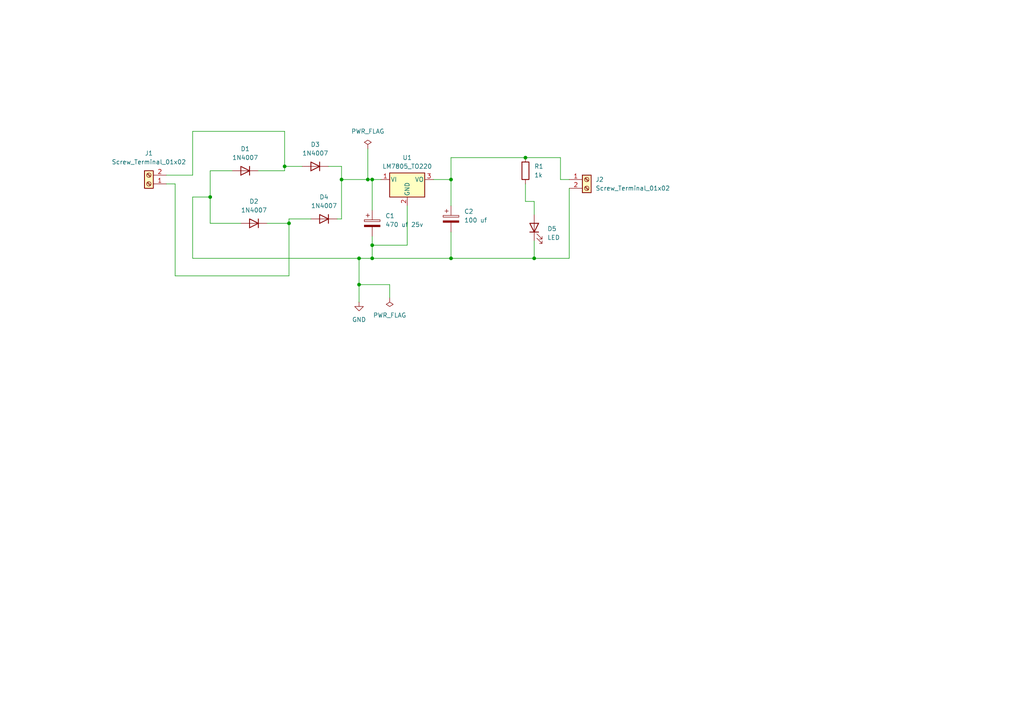
<source format=kicad_sch>
(kicad_sch
	(version 20231120)
	(generator "eeschema")
	(generator_version "8.0")
	(uuid "e40f28ab-3302-43a1-a33b-60426d13f4bd")
	(paper "A4")
	(lib_symbols
		(symbol "Connector:Screw_Terminal_01x02"
			(pin_names
				(offset 1.016) hide)
			(exclude_from_sim no)
			(in_bom yes)
			(on_board yes)
			(property "Reference" "J"
				(at 0 2.54 0)
				(effects
					(font
						(size 1.27 1.27)
					)
				)
			)
			(property "Value" "Screw_Terminal_01x02"
				(at 0 -5.08 0)
				(effects
					(font
						(size 1.27 1.27)
					)
				)
			)
			(property "Footprint" ""
				(at 0 0 0)
				(effects
					(font
						(size 1.27 1.27)
					)
					(hide yes)
				)
			)
			(property "Datasheet" "~"
				(at 0 0 0)
				(effects
					(font
						(size 1.27 1.27)
					)
					(hide yes)
				)
			)
			(property "Description" "Generic screw terminal, single row, 01x02, script generated (kicad-library-utils/schlib/autogen/connector/)"
				(at 0 0 0)
				(effects
					(font
						(size 1.27 1.27)
					)
					(hide yes)
				)
			)
			(property "ki_keywords" "screw terminal"
				(at 0 0 0)
				(effects
					(font
						(size 1.27 1.27)
					)
					(hide yes)
				)
			)
			(property "ki_fp_filters" "TerminalBlock*:*"
				(at 0 0 0)
				(effects
					(font
						(size 1.27 1.27)
					)
					(hide yes)
				)
			)
			(symbol "Screw_Terminal_01x02_1_1"
				(rectangle
					(start -1.27 1.27)
					(end 1.27 -3.81)
					(stroke
						(width 0.254)
						(type default)
					)
					(fill
						(type background)
					)
				)
				(circle
					(center 0 -2.54)
					(radius 0.635)
					(stroke
						(width 0.1524)
						(type default)
					)
					(fill
						(type none)
					)
				)
				(polyline
					(pts
						(xy -0.5334 -2.2098) (xy 0.3302 -3.048)
					)
					(stroke
						(width 0.1524)
						(type default)
					)
					(fill
						(type none)
					)
				)
				(polyline
					(pts
						(xy -0.5334 0.3302) (xy 0.3302 -0.508)
					)
					(stroke
						(width 0.1524)
						(type default)
					)
					(fill
						(type none)
					)
				)
				(polyline
					(pts
						(xy -0.3556 -2.032) (xy 0.508 -2.8702)
					)
					(stroke
						(width 0.1524)
						(type default)
					)
					(fill
						(type none)
					)
				)
				(polyline
					(pts
						(xy -0.3556 0.508) (xy 0.508 -0.3302)
					)
					(stroke
						(width 0.1524)
						(type default)
					)
					(fill
						(type none)
					)
				)
				(circle
					(center 0 0)
					(radius 0.635)
					(stroke
						(width 0.1524)
						(type default)
					)
					(fill
						(type none)
					)
				)
				(pin passive line
					(at -5.08 0 0)
					(length 3.81)
					(name "Pin_1"
						(effects
							(font
								(size 1.27 1.27)
							)
						)
					)
					(number "1"
						(effects
							(font
								(size 1.27 1.27)
							)
						)
					)
				)
				(pin passive line
					(at -5.08 -2.54 0)
					(length 3.81)
					(name "Pin_2"
						(effects
							(font
								(size 1.27 1.27)
							)
						)
					)
					(number "2"
						(effects
							(font
								(size 1.27 1.27)
							)
						)
					)
				)
			)
		)
		(symbol "Device:C_Polarized"
			(pin_numbers hide)
			(pin_names
				(offset 0.254)
			)
			(exclude_from_sim no)
			(in_bom yes)
			(on_board yes)
			(property "Reference" "C"
				(at 0.635 2.54 0)
				(effects
					(font
						(size 1.27 1.27)
					)
					(justify left)
				)
			)
			(property "Value" "C_Polarized"
				(at 0.635 -2.54 0)
				(effects
					(font
						(size 1.27 1.27)
					)
					(justify left)
				)
			)
			(property "Footprint" ""
				(at 0.9652 -3.81 0)
				(effects
					(font
						(size 1.27 1.27)
					)
					(hide yes)
				)
			)
			(property "Datasheet" "~"
				(at 0 0 0)
				(effects
					(font
						(size 1.27 1.27)
					)
					(hide yes)
				)
			)
			(property "Description" "Polarized capacitor"
				(at 0 0 0)
				(effects
					(font
						(size 1.27 1.27)
					)
					(hide yes)
				)
			)
			(property "ki_keywords" "cap capacitor"
				(at 0 0 0)
				(effects
					(font
						(size 1.27 1.27)
					)
					(hide yes)
				)
			)
			(property "ki_fp_filters" "CP_*"
				(at 0 0 0)
				(effects
					(font
						(size 1.27 1.27)
					)
					(hide yes)
				)
			)
			(symbol "C_Polarized_0_1"
				(rectangle
					(start -2.286 0.508)
					(end 2.286 1.016)
					(stroke
						(width 0)
						(type default)
					)
					(fill
						(type none)
					)
				)
				(polyline
					(pts
						(xy -1.778 2.286) (xy -0.762 2.286)
					)
					(stroke
						(width 0)
						(type default)
					)
					(fill
						(type none)
					)
				)
				(polyline
					(pts
						(xy -1.27 2.794) (xy -1.27 1.778)
					)
					(stroke
						(width 0)
						(type default)
					)
					(fill
						(type none)
					)
				)
				(rectangle
					(start 2.286 -0.508)
					(end -2.286 -1.016)
					(stroke
						(width 0)
						(type default)
					)
					(fill
						(type outline)
					)
				)
			)
			(symbol "C_Polarized_1_1"
				(pin passive line
					(at 0 3.81 270)
					(length 2.794)
					(name "~"
						(effects
							(font
								(size 1.27 1.27)
							)
						)
					)
					(number "1"
						(effects
							(font
								(size 1.27 1.27)
							)
						)
					)
				)
				(pin passive line
					(at 0 -3.81 90)
					(length 2.794)
					(name "~"
						(effects
							(font
								(size 1.27 1.27)
							)
						)
					)
					(number "2"
						(effects
							(font
								(size 1.27 1.27)
							)
						)
					)
				)
			)
		)
		(symbol "Device:LED"
			(pin_numbers hide)
			(pin_names
				(offset 1.016) hide)
			(exclude_from_sim no)
			(in_bom yes)
			(on_board yes)
			(property "Reference" "D"
				(at 0 2.54 0)
				(effects
					(font
						(size 1.27 1.27)
					)
				)
			)
			(property "Value" "LED"
				(at 0 -2.54 0)
				(effects
					(font
						(size 1.27 1.27)
					)
				)
			)
			(property "Footprint" ""
				(at 0 0 0)
				(effects
					(font
						(size 1.27 1.27)
					)
					(hide yes)
				)
			)
			(property "Datasheet" "~"
				(at 0 0 0)
				(effects
					(font
						(size 1.27 1.27)
					)
					(hide yes)
				)
			)
			(property "Description" "Light emitting diode"
				(at 0 0 0)
				(effects
					(font
						(size 1.27 1.27)
					)
					(hide yes)
				)
			)
			(property "ki_keywords" "LED diode"
				(at 0 0 0)
				(effects
					(font
						(size 1.27 1.27)
					)
					(hide yes)
				)
			)
			(property "ki_fp_filters" "LED* LED_SMD:* LED_THT:*"
				(at 0 0 0)
				(effects
					(font
						(size 1.27 1.27)
					)
					(hide yes)
				)
			)
			(symbol "LED_0_1"
				(polyline
					(pts
						(xy -1.27 -1.27) (xy -1.27 1.27)
					)
					(stroke
						(width 0.254)
						(type default)
					)
					(fill
						(type none)
					)
				)
				(polyline
					(pts
						(xy -1.27 0) (xy 1.27 0)
					)
					(stroke
						(width 0)
						(type default)
					)
					(fill
						(type none)
					)
				)
				(polyline
					(pts
						(xy 1.27 -1.27) (xy 1.27 1.27) (xy -1.27 0) (xy 1.27 -1.27)
					)
					(stroke
						(width 0.254)
						(type default)
					)
					(fill
						(type none)
					)
				)
				(polyline
					(pts
						(xy -3.048 -0.762) (xy -4.572 -2.286) (xy -3.81 -2.286) (xy -4.572 -2.286) (xy -4.572 -1.524)
					)
					(stroke
						(width 0)
						(type default)
					)
					(fill
						(type none)
					)
				)
				(polyline
					(pts
						(xy -1.778 -0.762) (xy -3.302 -2.286) (xy -2.54 -2.286) (xy -3.302 -2.286) (xy -3.302 -1.524)
					)
					(stroke
						(width 0)
						(type default)
					)
					(fill
						(type none)
					)
				)
			)
			(symbol "LED_1_1"
				(pin passive line
					(at -3.81 0 0)
					(length 2.54)
					(name "K"
						(effects
							(font
								(size 1.27 1.27)
							)
						)
					)
					(number "1"
						(effects
							(font
								(size 1.27 1.27)
							)
						)
					)
				)
				(pin passive line
					(at 3.81 0 180)
					(length 2.54)
					(name "A"
						(effects
							(font
								(size 1.27 1.27)
							)
						)
					)
					(number "2"
						(effects
							(font
								(size 1.27 1.27)
							)
						)
					)
				)
			)
		)
		(symbol "Device:R"
			(pin_numbers hide)
			(pin_names
				(offset 0)
			)
			(exclude_from_sim no)
			(in_bom yes)
			(on_board yes)
			(property "Reference" "R"
				(at 2.032 0 90)
				(effects
					(font
						(size 1.27 1.27)
					)
				)
			)
			(property "Value" "R"
				(at 0 0 90)
				(effects
					(font
						(size 1.27 1.27)
					)
				)
			)
			(property "Footprint" ""
				(at -1.778 0 90)
				(effects
					(font
						(size 1.27 1.27)
					)
					(hide yes)
				)
			)
			(property "Datasheet" "~"
				(at 0 0 0)
				(effects
					(font
						(size 1.27 1.27)
					)
					(hide yes)
				)
			)
			(property "Description" "Resistor"
				(at 0 0 0)
				(effects
					(font
						(size 1.27 1.27)
					)
					(hide yes)
				)
			)
			(property "ki_keywords" "R res resistor"
				(at 0 0 0)
				(effects
					(font
						(size 1.27 1.27)
					)
					(hide yes)
				)
			)
			(property "ki_fp_filters" "R_*"
				(at 0 0 0)
				(effects
					(font
						(size 1.27 1.27)
					)
					(hide yes)
				)
			)
			(symbol "R_0_1"
				(rectangle
					(start -1.016 -2.54)
					(end 1.016 2.54)
					(stroke
						(width 0.254)
						(type default)
					)
					(fill
						(type none)
					)
				)
			)
			(symbol "R_1_1"
				(pin passive line
					(at 0 3.81 270)
					(length 1.27)
					(name "~"
						(effects
							(font
								(size 1.27 1.27)
							)
						)
					)
					(number "1"
						(effects
							(font
								(size 1.27 1.27)
							)
						)
					)
				)
				(pin passive line
					(at 0 -3.81 90)
					(length 1.27)
					(name "~"
						(effects
							(font
								(size 1.27 1.27)
							)
						)
					)
					(number "2"
						(effects
							(font
								(size 1.27 1.27)
							)
						)
					)
				)
			)
		)
		(symbol "Diode:1N4007"
			(pin_numbers hide)
			(pin_names hide)
			(exclude_from_sim no)
			(in_bom yes)
			(on_board yes)
			(property "Reference" "D"
				(at 0 2.54 0)
				(effects
					(font
						(size 1.27 1.27)
					)
				)
			)
			(property "Value" "1N4007"
				(at 0 -2.54 0)
				(effects
					(font
						(size 1.27 1.27)
					)
				)
			)
			(property "Footprint" "Diode_THT:D_DO-41_SOD81_P10.16mm_Horizontal"
				(at 0 -4.445 0)
				(effects
					(font
						(size 1.27 1.27)
					)
					(hide yes)
				)
			)
			(property "Datasheet" "http://www.vishay.com/docs/88503/1n4001.pdf"
				(at 0 0 0)
				(effects
					(font
						(size 1.27 1.27)
					)
					(hide yes)
				)
			)
			(property "Description" "1000V 1A General Purpose Rectifier Diode, DO-41"
				(at 0 0 0)
				(effects
					(font
						(size 1.27 1.27)
					)
					(hide yes)
				)
			)
			(property "Sim.Device" "D"
				(at 0 0 0)
				(effects
					(font
						(size 1.27 1.27)
					)
					(hide yes)
				)
			)
			(property "Sim.Pins" "1=K 2=A"
				(at 0 0 0)
				(effects
					(font
						(size 1.27 1.27)
					)
					(hide yes)
				)
			)
			(property "ki_keywords" "diode"
				(at 0 0 0)
				(effects
					(font
						(size 1.27 1.27)
					)
					(hide yes)
				)
			)
			(property "ki_fp_filters" "D*DO?41*"
				(at 0 0 0)
				(effects
					(font
						(size 1.27 1.27)
					)
					(hide yes)
				)
			)
			(symbol "1N4007_0_1"
				(polyline
					(pts
						(xy -1.27 1.27) (xy -1.27 -1.27)
					)
					(stroke
						(width 0.254)
						(type default)
					)
					(fill
						(type none)
					)
				)
				(polyline
					(pts
						(xy 1.27 0) (xy -1.27 0)
					)
					(stroke
						(width 0)
						(type default)
					)
					(fill
						(type none)
					)
				)
				(polyline
					(pts
						(xy 1.27 1.27) (xy 1.27 -1.27) (xy -1.27 0) (xy 1.27 1.27)
					)
					(stroke
						(width 0.254)
						(type default)
					)
					(fill
						(type none)
					)
				)
			)
			(symbol "1N4007_1_1"
				(pin passive line
					(at -3.81 0 0)
					(length 2.54)
					(name "K"
						(effects
							(font
								(size 1.27 1.27)
							)
						)
					)
					(number "1"
						(effects
							(font
								(size 1.27 1.27)
							)
						)
					)
				)
				(pin passive line
					(at 3.81 0 180)
					(length 2.54)
					(name "A"
						(effects
							(font
								(size 1.27 1.27)
							)
						)
					)
					(number "2"
						(effects
							(font
								(size 1.27 1.27)
							)
						)
					)
				)
			)
		)
		(symbol "Regulator_Linear:LM7805_TO220"
			(pin_names
				(offset 0.254)
			)
			(exclude_from_sim no)
			(in_bom yes)
			(on_board yes)
			(property "Reference" "U"
				(at -3.81 3.175 0)
				(effects
					(font
						(size 1.27 1.27)
					)
				)
			)
			(property "Value" "LM7805_TO220"
				(at 0 3.175 0)
				(effects
					(font
						(size 1.27 1.27)
					)
					(justify left)
				)
			)
			(property "Footprint" "Package_TO_SOT_THT:TO-220-3_Vertical"
				(at 0 5.715 0)
				(effects
					(font
						(size 1.27 1.27)
						(italic yes)
					)
					(hide yes)
				)
			)
			(property "Datasheet" "https://www.onsemi.cn/PowerSolutions/document/MC7800-D.PDF"
				(at 0 -1.27 0)
				(effects
					(font
						(size 1.27 1.27)
					)
					(hide yes)
				)
			)
			(property "Description" "Positive 1A 35V Linear Regulator, Fixed Output 5V, TO-220"
				(at 0 0 0)
				(effects
					(font
						(size 1.27 1.27)
					)
					(hide yes)
				)
			)
			(property "ki_keywords" "Voltage Regulator 1A Positive"
				(at 0 0 0)
				(effects
					(font
						(size 1.27 1.27)
					)
					(hide yes)
				)
			)
			(property "ki_fp_filters" "TO?220*"
				(at 0 0 0)
				(effects
					(font
						(size 1.27 1.27)
					)
					(hide yes)
				)
			)
			(symbol "LM7805_TO220_0_1"
				(rectangle
					(start -5.08 1.905)
					(end 5.08 -5.08)
					(stroke
						(width 0.254)
						(type default)
					)
					(fill
						(type background)
					)
				)
			)
			(symbol "LM7805_TO220_1_1"
				(pin power_in line
					(at -7.62 0 0)
					(length 2.54)
					(name "VI"
						(effects
							(font
								(size 1.27 1.27)
							)
						)
					)
					(number "1"
						(effects
							(font
								(size 1.27 1.27)
							)
						)
					)
				)
				(pin power_in line
					(at 0 -7.62 90)
					(length 2.54)
					(name "GND"
						(effects
							(font
								(size 1.27 1.27)
							)
						)
					)
					(number "2"
						(effects
							(font
								(size 1.27 1.27)
							)
						)
					)
				)
				(pin power_out line
					(at 7.62 0 180)
					(length 2.54)
					(name "VO"
						(effects
							(font
								(size 1.27 1.27)
							)
						)
					)
					(number "3"
						(effects
							(font
								(size 1.27 1.27)
							)
						)
					)
				)
			)
		)
		(symbol "power:GND"
			(power)
			(pin_numbers hide)
			(pin_names
				(offset 0) hide)
			(exclude_from_sim no)
			(in_bom yes)
			(on_board yes)
			(property "Reference" "#PWR"
				(at 0 -6.35 0)
				(effects
					(font
						(size 1.27 1.27)
					)
					(hide yes)
				)
			)
			(property "Value" "GND"
				(at 0 -3.81 0)
				(effects
					(font
						(size 1.27 1.27)
					)
				)
			)
			(property "Footprint" ""
				(at 0 0 0)
				(effects
					(font
						(size 1.27 1.27)
					)
					(hide yes)
				)
			)
			(property "Datasheet" ""
				(at 0 0 0)
				(effects
					(font
						(size 1.27 1.27)
					)
					(hide yes)
				)
			)
			(property "Description" "Power symbol creates a global label with name \"GND\" , ground"
				(at 0 0 0)
				(effects
					(font
						(size 1.27 1.27)
					)
					(hide yes)
				)
			)
			(property "ki_keywords" "global power"
				(at 0 0 0)
				(effects
					(font
						(size 1.27 1.27)
					)
					(hide yes)
				)
			)
			(symbol "GND_0_1"
				(polyline
					(pts
						(xy 0 0) (xy 0 -1.27) (xy 1.27 -1.27) (xy 0 -2.54) (xy -1.27 -1.27) (xy 0 -1.27)
					)
					(stroke
						(width 0)
						(type default)
					)
					(fill
						(type none)
					)
				)
			)
			(symbol "GND_1_1"
				(pin power_in line
					(at 0 0 270)
					(length 0)
					(name "~"
						(effects
							(font
								(size 1.27 1.27)
							)
						)
					)
					(number "1"
						(effects
							(font
								(size 1.27 1.27)
							)
						)
					)
				)
			)
		)
		(symbol "power:PWR_FLAG"
			(power)
			(pin_numbers hide)
			(pin_names
				(offset 0) hide)
			(exclude_from_sim no)
			(in_bom yes)
			(on_board yes)
			(property "Reference" "#FLG"
				(at 0 1.905 0)
				(effects
					(font
						(size 1.27 1.27)
					)
					(hide yes)
				)
			)
			(property "Value" "PWR_FLAG"
				(at 0 3.81 0)
				(effects
					(font
						(size 1.27 1.27)
					)
				)
			)
			(property "Footprint" ""
				(at 0 0 0)
				(effects
					(font
						(size 1.27 1.27)
					)
					(hide yes)
				)
			)
			(property "Datasheet" "~"
				(at 0 0 0)
				(effects
					(font
						(size 1.27 1.27)
					)
					(hide yes)
				)
			)
			(property "Description" "Special symbol for telling ERC where power comes from"
				(at 0 0 0)
				(effects
					(font
						(size 1.27 1.27)
					)
					(hide yes)
				)
			)
			(property "ki_keywords" "flag power"
				(at 0 0 0)
				(effects
					(font
						(size 1.27 1.27)
					)
					(hide yes)
				)
			)
			(symbol "PWR_FLAG_0_0"
				(pin power_out line
					(at 0 0 90)
					(length 0)
					(name "~"
						(effects
							(font
								(size 1.27 1.27)
							)
						)
					)
					(number "1"
						(effects
							(font
								(size 1.27 1.27)
							)
						)
					)
				)
			)
			(symbol "PWR_FLAG_0_1"
				(polyline
					(pts
						(xy 0 0) (xy 0 1.27) (xy -1.016 1.905) (xy 0 2.54) (xy 1.016 1.905) (xy 0 1.27)
					)
					(stroke
						(width 0)
						(type default)
					)
					(fill
						(type none)
					)
				)
			)
		)
	)
	(junction
		(at 104.14 82.55)
		(diameter 0)
		(color 0 0 0 0)
		(uuid "29d44105-8b50-49b4-bd30-75408035ceaf")
	)
	(junction
		(at 107.95 74.93)
		(diameter 0)
		(color 0 0 0 0)
		(uuid "56ff8fce-568a-4c23-956a-ad206a9b1945")
	)
	(junction
		(at 99.06 52.07)
		(diameter 0)
		(color 0 0 0 0)
		(uuid "6000f7e5-152a-43e6-89bc-6092b11a8a43")
	)
	(junction
		(at 82.55 48.26)
		(diameter 0)
		(color 0 0 0 0)
		(uuid "651820cc-16b8-4ffd-bdf5-e464e0931514")
	)
	(junction
		(at 83.82 64.77)
		(diameter 0)
		(color 0 0 0 0)
		(uuid "6867631b-b57c-45d4-8bb7-328955b67dc7")
	)
	(junction
		(at 130.81 52.07)
		(diameter 0)
		(color 0 0 0 0)
		(uuid "6aefd277-7de1-49fd-ab30-f89e77379158")
	)
	(junction
		(at 60.96 57.15)
		(diameter 0)
		(color 0 0 0 0)
		(uuid "6d33a167-48f0-4675-939e-0c578d9f5ca8")
	)
	(junction
		(at 107.95 52.07)
		(diameter 0)
		(color 0 0 0 0)
		(uuid "7c5d6e1a-605a-4a64-b0fa-01f423f29b60")
	)
	(junction
		(at 130.81 74.93)
		(diameter 0)
		(color 0 0 0 0)
		(uuid "9fbece7d-19bd-4cbb-8ff6-db57e0b1f010")
	)
	(junction
		(at 152.4 45.72)
		(diameter 0)
		(color 0 0 0 0)
		(uuid "a28223bb-8043-4555-ae6b-de06f1d03a4b")
	)
	(junction
		(at 107.95 71.12)
		(diameter 0)
		(color 0 0 0 0)
		(uuid "c2fd95d7-3781-4cea-a0d7-ee3c8ac2f921")
	)
	(junction
		(at 106.68 52.07)
		(diameter 0)
		(color 0 0 0 0)
		(uuid "c74ef1bc-8187-4479-ba7b-c3d537267123")
	)
	(junction
		(at 154.94 74.93)
		(diameter 0)
		(color 0 0 0 0)
		(uuid "d2ae0310-f8be-44d6-a9f3-dad3be62ef3c")
	)
	(junction
		(at 104.14 74.93)
		(diameter 0)
		(color 0 0 0 0)
		(uuid "d42cb4ca-7743-4e8e-90cc-11bdbd109ba0")
	)
	(wire
		(pts
			(xy 152.4 58.42) (xy 152.4 53.34)
		)
		(stroke
			(width 0)
			(type default)
		)
		(uuid "0467b9cc-2419-4225-bf13-029631cc5932")
	)
	(wire
		(pts
			(xy 69.85 64.77) (xy 60.96 64.77)
		)
		(stroke
			(width 0)
			(type default)
		)
		(uuid "04fb64e8-d71b-4be5-bf6a-acf11b01d39a")
	)
	(wire
		(pts
			(xy 107.95 74.93) (xy 104.14 74.93)
		)
		(stroke
			(width 0)
			(type default)
		)
		(uuid "08ba3be8-3565-4b64-8717-dc330ff0acba")
	)
	(wire
		(pts
			(xy 107.95 68.58) (xy 107.95 71.12)
		)
		(stroke
			(width 0)
			(type default)
		)
		(uuid "0b982beb-3df1-4c46-b3cc-725ab10d23a6")
	)
	(wire
		(pts
			(xy 95.25 48.26) (xy 99.06 48.26)
		)
		(stroke
			(width 0)
			(type default)
		)
		(uuid "10f67b53-f9d8-4db6-9a66-751ad6aa0211")
	)
	(wire
		(pts
			(xy 154.94 62.23) (xy 154.94 58.42)
		)
		(stroke
			(width 0)
			(type default)
		)
		(uuid "161f7480-9f2a-489d-8c0c-44ad46174f9c")
	)
	(wire
		(pts
			(xy 83.82 63.5) (xy 90.17 63.5)
		)
		(stroke
			(width 0)
			(type default)
		)
		(uuid "18e4f232-8bcc-4bad-9960-11dd73328414")
	)
	(wire
		(pts
			(xy 55.88 38.1) (xy 55.88 50.8)
		)
		(stroke
			(width 0)
			(type default)
		)
		(uuid "227a2aae-f836-42cc-8f32-4d647f95dce4")
	)
	(wire
		(pts
			(xy 99.06 63.5) (xy 97.79 63.5)
		)
		(stroke
			(width 0)
			(type default)
		)
		(uuid "2a30fa31-afb7-4155-8673-456dc342e0c5")
	)
	(wire
		(pts
			(xy 77.47 64.77) (xy 83.82 64.77)
		)
		(stroke
			(width 0)
			(type default)
		)
		(uuid "2f31d4e8-f634-4d84-8eb7-b248524e1770")
	)
	(wire
		(pts
			(xy 113.03 82.55) (xy 104.14 82.55)
		)
		(stroke
			(width 0)
			(type default)
		)
		(uuid "3203b2e8-0ce4-4acb-9c18-a9fa66baf091")
	)
	(wire
		(pts
			(xy 130.81 52.07) (xy 125.73 52.07)
		)
		(stroke
			(width 0)
			(type default)
		)
		(uuid "40849d61-775e-4911-9a8e-10df29be083d")
	)
	(wire
		(pts
			(xy 130.81 74.93) (xy 107.95 74.93)
		)
		(stroke
			(width 0)
			(type default)
		)
		(uuid "46f2f612-7e0d-476d-8d31-53b0c1b0426c")
	)
	(wire
		(pts
			(xy 99.06 52.07) (xy 106.68 52.07)
		)
		(stroke
			(width 0)
			(type default)
		)
		(uuid "48750bb8-2218-4ec7-9f5a-1bd0030eea03")
	)
	(wire
		(pts
			(xy 99.06 52.07) (xy 99.06 63.5)
		)
		(stroke
			(width 0)
			(type default)
		)
		(uuid "4bcc03a9-3fd9-4019-98c2-0a96c9bd0cb5")
	)
	(wire
		(pts
			(xy 118.11 59.69) (xy 118.11 71.12)
		)
		(stroke
			(width 0)
			(type default)
		)
		(uuid "4efc8b38-f41e-44a6-8ebb-f6536bc9e5e3")
	)
	(wire
		(pts
			(xy 165.1 74.93) (xy 154.94 74.93)
		)
		(stroke
			(width 0)
			(type default)
		)
		(uuid "4fdf8843-3790-4958-ad24-4d97c95ee380")
	)
	(wire
		(pts
			(xy 118.11 71.12) (xy 107.95 71.12)
		)
		(stroke
			(width 0)
			(type default)
		)
		(uuid "5176823c-dd42-4cdf-bb30-9ba68428e60f")
	)
	(wire
		(pts
			(xy 55.88 50.8) (xy 48.26 50.8)
		)
		(stroke
			(width 0)
			(type default)
		)
		(uuid "5357c878-e128-46a1-9bc0-0f091d6d7eba")
	)
	(wire
		(pts
			(xy 165.1 54.61) (xy 165.1 74.93)
		)
		(stroke
			(width 0)
			(type default)
		)
		(uuid "55a3fa09-64b7-4b56-b4fc-0883681389e4")
	)
	(wire
		(pts
			(xy 74.93 49.53) (xy 82.55 49.53)
		)
		(stroke
			(width 0)
			(type default)
		)
		(uuid "55a407ff-c132-4266-b679-783ae3acd058")
	)
	(wire
		(pts
			(xy 60.96 64.77) (xy 60.96 57.15)
		)
		(stroke
			(width 0)
			(type default)
		)
		(uuid "587d75eb-a64d-454f-b3b3-8e842f9ffa79")
	)
	(wire
		(pts
			(xy 50.8 53.34) (xy 48.26 53.34)
		)
		(stroke
			(width 0)
			(type default)
		)
		(uuid "602ecc97-f640-4b08-99f1-dbe1f0df833e")
	)
	(wire
		(pts
			(xy 82.55 48.26) (xy 87.63 48.26)
		)
		(stroke
			(width 0)
			(type default)
		)
		(uuid "644ba4b7-5843-42df-ba1d-c31412208bb1")
	)
	(wire
		(pts
			(xy 162.56 45.72) (xy 152.4 45.72)
		)
		(stroke
			(width 0)
			(type default)
		)
		(uuid "6c58ba49-8f27-4fc6-9580-4fdfd259c382")
	)
	(wire
		(pts
			(xy 104.14 82.55) (xy 104.14 87.63)
		)
		(stroke
			(width 0)
			(type default)
		)
		(uuid "6fa57d09-fcf9-4048-9edc-b20a25155a47")
	)
	(wire
		(pts
			(xy 55.88 74.93) (xy 55.88 57.15)
		)
		(stroke
			(width 0)
			(type default)
		)
		(uuid "78754534-12bf-4ba5-98c0-a996656843a4")
	)
	(wire
		(pts
			(xy 154.94 74.93) (xy 130.81 74.93)
		)
		(stroke
			(width 0)
			(type default)
		)
		(uuid "7bd509ee-d416-4fea-a98a-a60aaa0d0d0c")
	)
	(wire
		(pts
			(xy 82.55 49.53) (xy 82.55 48.26)
		)
		(stroke
			(width 0)
			(type default)
		)
		(uuid "84d90d4f-be9f-41fe-a220-5178abc48872")
	)
	(wire
		(pts
			(xy 60.96 49.53) (xy 67.31 49.53)
		)
		(stroke
			(width 0)
			(type default)
		)
		(uuid "91878d47-a575-446e-92e9-81ad53f2718d")
	)
	(wire
		(pts
			(xy 130.81 67.31) (xy 130.81 74.93)
		)
		(stroke
			(width 0)
			(type default)
		)
		(uuid "92493d31-92d1-4fac-b6bc-c704fc01b822")
	)
	(wire
		(pts
			(xy 104.14 74.93) (xy 104.14 82.55)
		)
		(stroke
			(width 0)
			(type default)
		)
		(uuid "9a9e7599-44cf-4b23-9f67-49c8d37ba9a0")
	)
	(wire
		(pts
			(xy 165.1 52.07) (xy 162.56 52.07)
		)
		(stroke
			(width 0)
			(type default)
		)
		(uuid "a0eb2234-f88e-4740-89e0-f69bd957879c")
	)
	(wire
		(pts
			(xy 83.82 64.77) (xy 83.82 63.5)
		)
		(stroke
			(width 0)
			(type default)
		)
		(uuid "a439a01c-bcea-4236-b730-e5713618fd8f")
	)
	(wire
		(pts
			(xy 55.88 57.15) (xy 60.96 57.15)
		)
		(stroke
			(width 0)
			(type default)
		)
		(uuid "ab84a0af-6f90-467f-a408-405e11e11630")
	)
	(wire
		(pts
			(xy 83.82 80.01) (xy 50.8 80.01)
		)
		(stroke
			(width 0)
			(type default)
		)
		(uuid "af0f15a4-e3d5-4de1-a30a-e9a78445c583")
	)
	(wire
		(pts
			(xy 104.14 74.93) (xy 55.88 74.93)
		)
		(stroke
			(width 0)
			(type default)
		)
		(uuid "b2ac086c-b8d8-45ca-92c9-da9d6c45f25e")
	)
	(wire
		(pts
			(xy 99.06 48.26) (xy 99.06 52.07)
		)
		(stroke
			(width 0)
			(type default)
		)
		(uuid "b4b722ef-398f-49b5-a0ad-f3a46f9e8241")
	)
	(wire
		(pts
			(xy 130.81 52.07) (xy 130.81 59.69)
		)
		(stroke
			(width 0)
			(type default)
		)
		(uuid "b76b0182-b964-4e7a-8cca-7055eb0f88ef")
	)
	(wire
		(pts
			(xy 50.8 80.01) (xy 50.8 53.34)
		)
		(stroke
			(width 0)
			(type default)
		)
		(uuid "b76ccf86-47f5-4afa-aa3d-0d14d0eb3336")
	)
	(wire
		(pts
			(xy 82.55 38.1) (xy 55.88 38.1)
		)
		(stroke
			(width 0)
			(type default)
		)
		(uuid "b79dd78c-6a3e-42ac-ba72-156df7add256")
	)
	(wire
		(pts
			(xy 106.68 43.18) (xy 106.68 52.07)
		)
		(stroke
			(width 0)
			(type default)
		)
		(uuid "b9253ba3-c243-4379-9857-d1a27dbd6c4a")
	)
	(wire
		(pts
			(xy 152.4 45.72) (xy 130.81 45.72)
		)
		(stroke
			(width 0)
			(type default)
		)
		(uuid "bce9a4bb-62f4-4648-b5e2-ad3ded86db2b")
	)
	(wire
		(pts
			(xy 107.95 52.07) (xy 107.95 60.96)
		)
		(stroke
			(width 0)
			(type default)
		)
		(uuid "be656913-6ad8-4b94-8069-28afe7a5e70e")
	)
	(wire
		(pts
			(xy 106.68 52.07) (xy 107.95 52.07)
		)
		(stroke
			(width 0)
			(type default)
		)
		(uuid "c173e44a-b642-440c-948c-2cf4bb421268")
	)
	(wire
		(pts
			(xy 83.82 64.77) (xy 83.82 80.01)
		)
		(stroke
			(width 0)
			(type default)
		)
		(uuid "c2de045e-3c36-4f56-8bbd-d0816c5f59ca")
	)
	(wire
		(pts
			(xy 113.03 86.36) (xy 113.03 82.55)
		)
		(stroke
			(width 0)
			(type default)
		)
		(uuid "c338b56c-f839-4c0d-b2c5-6a09340f7ee0")
	)
	(wire
		(pts
			(xy 82.55 48.26) (xy 82.55 38.1)
		)
		(stroke
			(width 0)
			(type default)
		)
		(uuid "c860e584-7da1-47f5-963f-c1bf3d01ac63")
	)
	(wire
		(pts
			(xy 154.94 74.93) (xy 154.94 69.85)
		)
		(stroke
			(width 0)
			(type default)
		)
		(uuid "c937b166-cf63-4f9f-bfb0-bfba5ee826d4")
	)
	(wire
		(pts
			(xy 60.96 57.15) (xy 60.96 49.53)
		)
		(stroke
			(width 0)
			(type default)
		)
		(uuid "d54ace59-b863-4bff-8092-4bffbde0fd3b")
	)
	(wire
		(pts
			(xy 162.56 52.07) (xy 162.56 45.72)
		)
		(stroke
			(width 0)
			(type default)
		)
		(uuid "eff07d40-d9d0-4107-8ef2-2f7f6efda880")
	)
	(wire
		(pts
			(xy 154.94 58.42) (xy 152.4 58.42)
		)
		(stroke
			(width 0)
			(type default)
		)
		(uuid "f899f93a-d7cc-460c-93ed-ce562fc6d6ca")
	)
	(wire
		(pts
			(xy 107.95 71.12) (xy 107.95 74.93)
		)
		(stroke
			(width 0)
			(type default)
		)
		(uuid "fbbc4ac8-ca89-49b3-8c76-070dfe979b1a")
	)
	(wire
		(pts
			(xy 130.81 45.72) (xy 130.81 52.07)
		)
		(stroke
			(width 0)
			(type default)
		)
		(uuid "fe61c687-84aa-4d6f-b71b-c9ade3f5e317")
	)
	(wire
		(pts
			(xy 110.49 52.07) (xy 107.95 52.07)
		)
		(stroke
			(width 0)
			(type default)
		)
		(uuid "ff50a312-8beb-4d93-bc34-2cdc8e5775d3")
	)
	(symbol
		(lib_id "power:PWR_FLAG")
		(at 113.03 86.36 180)
		(unit 1)
		(exclude_from_sim no)
		(in_bom yes)
		(on_board yes)
		(dnp no)
		(fields_autoplaced yes)
		(uuid "4238140c-4570-46ca-b871-2fd609747c1d")
		(property "Reference" "#FLG02"
			(at 113.03 88.265 0)
			(effects
				(font
					(size 1.27 1.27)
				)
				(hide yes)
			)
		)
		(property "Value" "PWR_FLAG"
			(at 113.03 91.44 0)
			(effects
				(font
					(size 1.27 1.27)
				)
			)
		)
		(property "Footprint" ""
			(at 113.03 86.36 0)
			(effects
				(font
					(size 1.27 1.27)
				)
				(hide yes)
			)
		)
		(property "Datasheet" "~"
			(at 113.03 86.36 0)
			(effects
				(font
					(size 1.27 1.27)
				)
				(hide yes)
			)
		)
		(property "Description" "Special symbol for telling ERC where power comes from"
			(at 113.03 86.36 0)
			(effects
				(font
					(size 1.27 1.27)
				)
				(hide yes)
			)
		)
		(pin "1"
			(uuid "de4769e4-d875-40ca-b8ee-9a9ed2ed3de8")
		)
		(instances
			(project "Power_supply_module_with_KiCAD"
				(path "/e40f28ab-3302-43a1-a33b-60426d13f4bd"
					(reference "#FLG02")
					(unit 1)
				)
			)
		)
	)
	(symbol
		(lib_id "Device:C_Polarized")
		(at 107.95 64.77 0)
		(unit 1)
		(exclude_from_sim no)
		(in_bom yes)
		(on_board yes)
		(dnp no)
		(fields_autoplaced yes)
		(uuid "4d53ca9c-2c1a-4940-9c3e-448cd475b4a9")
		(property "Reference" "C1"
			(at 111.76 62.6109 0)
			(effects
				(font
					(size 1.27 1.27)
				)
				(justify left)
			)
		)
		(property "Value" "470 uf 25v"
			(at 111.76 65.1509 0)
			(effects
				(font
					(size 1.27 1.27)
				)
				(justify left)
			)
		)
		(property "Footprint" "Capacitor_THT:CP_Radial_D8.0mm_P3.50mm"
			(at 108.9152 68.58 0)
			(effects
				(font
					(size 1.27 1.27)
				)
				(hide yes)
			)
		)
		(property "Datasheet" "~"
			(at 107.95 64.77 0)
			(effects
				(font
					(size 1.27 1.27)
				)
				(hide yes)
			)
		)
		(property "Description" "Polarized capacitor"
			(at 107.95 64.77 0)
			(effects
				(font
					(size 1.27 1.27)
				)
				(hide yes)
			)
		)
		(pin "1"
			(uuid "fed19b88-1681-40bf-b274-5bdc3a8a7bc4")
		)
		(pin "2"
			(uuid "4c9deaef-dc08-4392-b94d-3f6a5b3561a4")
		)
		(instances
			(project ""
				(path "/e40f28ab-3302-43a1-a33b-60426d13f4bd"
					(reference "C1")
					(unit 1)
				)
			)
		)
	)
	(symbol
		(lib_id "Diode:1N4007")
		(at 93.98 63.5 180)
		(unit 1)
		(exclude_from_sim no)
		(in_bom yes)
		(on_board yes)
		(dnp no)
		(fields_autoplaced yes)
		(uuid "50258494-5021-4535-8eba-bd1e4485c72f")
		(property "Reference" "D4"
			(at 93.98 57.15 0)
			(effects
				(font
					(size 1.27 1.27)
				)
			)
		)
		(property "Value" "1N4007"
			(at 93.98 59.69 0)
			(effects
				(font
					(size 1.27 1.27)
				)
			)
		)
		(property "Footprint" "Diode_THT:D_DO-41_SOD81_P10.16mm_Horizontal"
			(at 93.98 59.055 0)
			(effects
				(font
					(size 1.27 1.27)
				)
				(hide yes)
			)
		)
		(property "Datasheet" "http://www.vishay.com/docs/88503/1n4001.pdf"
			(at 93.98 63.5 0)
			(effects
				(font
					(size 1.27 1.27)
				)
				(hide yes)
			)
		)
		(property "Description" "1000V 1A General Purpose Rectifier Diode, DO-41"
			(at 93.98 63.5 0)
			(effects
				(font
					(size 1.27 1.27)
				)
				(hide yes)
			)
		)
		(property "Sim.Device" "D"
			(at 93.98 63.5 0)
			(effects
				(font
					(size 1.27 1.27)
				)
				(hide yes)
			)
		)
		(property "Sim.Pins" "1=K 2=A"
			(at 93.98 63.5 0)
			(effects
				(font
					(size 1.27 1.27)
				)
				(hide yes)
			)
		)
		(pin "1"
			(uuid "f52b843b-7c50-433e-8c90-c7d1c6ed4eda")
		)
		(pin "2"
			(uuid "096a5c62-129a-4fac-8891-7c014d2b0ca5")
		)
		(instances
			(project "Power_supply_module_with_KiCAD"
				(path "/e40f28ab-3302-43a1-a33b-60426d13f4bd"
					(reference "D4")
					(unit 1)
				)
			)
		)
	)
	(symbol
		(lib_id "Diode:1N4007")
		(at 73.66 64.77 180)
		(unit 1)
		(exclude_from_sim no)
		(in_bom yes)
		(on_board yes)
		(dnp no)
		(fields_autoplaced yes)
		(uuid "6c713ef1-faf7-44ae-8f20-f5ccee4497f4")
		(property "Reference" "D2"
			(at 73.66 58.42 0)
			(effects
				(font
					(size 1.27 1.27)
				)
			)
		)
		(property "Value" "1N4007"
			(at 73.66 60.96 0)
			(effects
				(font
					(size 1.27 1.27)
				)
			)
		)
		(property "Footprint" "Diode_THT:D_DO-41_SOD81_P10.16mm_Horizontal"
			(at 73.66 60.325 0)
			(effects
				(font
					(size 1.27 1.27)
				)
				(hide yes)
			)
		)
		(property "Datasheet" "http://www.vishay.com/docs/88503/1n4001.pdf"
			(at 73.66 64.77 0)
			(effects
				(font
					(size 1.27 1.27)
				)
				(hide yes)
			)
		)
		(property "Description" "1000V 1A General Purpose Rectifier Diode, DO-41"
			(at 73.66 64.77 0)
			(effects
				(font
					(size 1.27 1.27)
				)
				(hide yes)
			)
		)
		(property "Sim.Device" "D"
			(at 73.66 64.77 0)
			(effects
				(font
					(size 1.27 1.27)
				)
				(hide yes)
			)
		)
		(property "Sim.Pins" "1=K 2=A"
			(at 73.66 64.77 0)
			(effects
				(font
					(size 1.27 1.27)
				)
				(hide yes)
			)
		)
		(pin "1"
			(uuid "e7c5c1d0-a0ea-452b-b566-d9f6e4f0d237")
		)
		(pin "2"
			(uuid "773b9768-4d92-4929-8ea3-28d62aa64722")
		)
		(instances
			(project ""
				(path "/e40f28ab-3302-43a1-a33b-60426d13f4bd"
					(reference "D2")
					(unit 1)
				)
			)
		)
	)
	(symbol
		(lib_id "Device:C_Polarized")
		(at 130.81 63.5 0)
		(unit 1)
		(exclude_from_sim no)
		(in_bom yes)
		(on_board yes)
		(dnp no)
		(fields_autoplaced yes)
		(uuid "9bb06b59-09e7-49be-92fa-1e12902beee4")
		(property "Reference" "C2"
			(at 134.62 61.3409 0)
			(effects
				(font
					(size 1.27 1.27)
				)
				(justify left)
			)
		)
		(property "Value" "100 uf"
			(at 134.62 63.8809 0)
			(effects
				(font
					(size 1.27 1.27)
				)
				(justify left)
			)
		)
		(property "Footprint" "Capacitor_THT:CP_Radial_D5.0mm_P2.50mm"
			(at 131.7752 67.31 0)
			(effects
				(font
					(size 1.27 1.27)
				)
				(hide yes)
			)
		)
		(property "Datasheet" "~"
			(at 130.81 63.5 0)
			(effects
				(font
					(size 1.27 1.27)
				)
				(hide yes)
			)
		)
		(property "Description" "Polarized capacitor"
			(at 130.81 63.5 0)
			(effects
				(font
					(size 1.27 1.27)
				)
				(hide yes)
			)
		)
		(pin "1"
			(uuid "4681e0ad-0b9e-43c8-95ab-ff5cc9092588")
		)
		(pin "2"
			(uuid "0bb2dda0-7b2a-40b7-96a7-d56ecf0f5b6c")
		)
		(instances
			(project ""
				(path "/e40f28ab-3302-43a1-a33b-60426d13f4bd"
					(reference "C2")
					(unit 1)
				)
			)
		)
	)
	(symbol
		(lib_id "Device:LED")
		(at 154.94 66.04 90)
		(unit 1)
		(exclude_from_sim no)
		(in_bom yes)
		(on_board yes)
		(dnp no)
		(fields_autoplaced yes)
		(uuid "abd6e0ce-4e20-447b-8711-956961dee9c0")
		(property "Reference" "D5"
			(at 158.75 66.3574 90)
			(effects
				(font
					(size 1.27 1.27)
				)
				(justify right)
			)
		)
		(property "Value" "LED"
			(at 158.75 68.8974 90)
			(effects
				(font
					(size 1.27 1.27)
				)
				(justify right)
			)
		)
		(property "Footprint" "LED_THT:LED_D5.0mm"
			(at 154.94 66.04 0)
			(effects
				(font
					(size 1.27 1.27)
				)
				(hide yes)
			)
		)
		(property "Datasheet" "~"
			(at 154.94 66.04 0)
			(effects
				(font
					(size 1.27 1.27)
				)
				(hide yes)
			)
		)
		(property "Description" "Light emitting diode"
			(at 154.94 66.04 0)
			(effects
				(font
					(size 1.27 1.27)
				)
				(hide yes)
			)
		)
		(pin "1"
			(uuid "d5615f2e-b4fa-467a-980b-1eb7b4876c0e")
		)
		(pin "2"
			(uuid "b8b81bdc-2307-47c6-82f7-2b8659376c78")
		)
		(instances
			(project ""
				(path "/e40f28ab-3302-43a1-a33b-60426d13f4bd"
					(reference "D5")
					(unit 1)
				)
			)
		)
	)
	(symbol
		(lib_id "power:GND")
		(at 104.14 87.63 0)
		(unit 1)
		(exclude_from_sim no)
		(in_bom yes)
		(on_board yes)
		(dnp no)
		(fields_autoplaced yes)
		(uuid "c174e432-0941-4196-b028-0b08d64a5ddb")
		(property "Reference" "#PWR01"
			(at 104.14 93.98 0)
			(effects
				(font
					(size 1.27 1.27)
				)
				(hide yes)
			)
		)
		(property "Value" "GND"
			(at 104.14 92.71 0)
			(effects
				(font
					(size 1.27 1.27)
				)
			)
		)
		(property "Footprint" ""
			(at 104.14 87.63 0)
			(effects
				(font
					(size 1.27 1.27)
				)
				(hide yes)
			)
		)
		(property "Datasheet" ""
			(at 104.14 87.63 0)
			(effects
				(font
					(size 1.27 1.27)
				)
				(hide yes)
			)
		)
		(property "Description" "Power symbol creates a global label with name \"GND\" , ground"
			(at 104.14 87.63 0)
			(effects
				(font
					(size 1.27 1.27)
				)
				(hide yes)
			)
		)
		(pin "1"
			(uuid "8b11dae9-306d-45cc-9bb8-9332015587ec")
		)
		(instances
			(project ""
				(path "/e40f28ab-3302-43a1-a33b-60426d13f4bd"
					(reference "#PWR01")
					(unit 1)
				)
			)
		)
	)
	(symbol
		(lib_id "Regulator_Linear:LM7805_TO220")
		(at 118.11 52.07 0)
		(unit 1)
		(exclude_from_sim no)
		(in_bom yes)
		(on_board yes)
		(dnp no)
		(fields_autoplaced yes)
		(uuid "c2ac2102-1f4e-4fb3-a16a-c66209053bf9")
		(property "Reference" "U1"
			(at 118.11 45.72 0)
			(effects
				(font
					(size 1.27 1.27)
				)
			)
		)
		(property "Value" "LM7805_TO220"
			(at 118.11 48.26 0)
			(effects
				(font
					(size 1.27 1.27)
				)
			)
		)
		(property "Footprint" "Package_TO_SOT_THT:TO-220-3_Vertical"
			(at 118.11 46.355 0)
			(effects
				(font
					(size 1.27 1.27)
					(italic yes)
				)
				(hide yes)
			)
		)
		(property "Datasheet" "https://www.onsemi.cn/PowerSolutions/document/MC7800-D.PDF"
			(at 118.11 53.34 0)
			(effects
				(font
					(size 1.27 1.27)
				)
				(hide yes)
			)
		)
		(property "Description" "Positive 1A 35V Linear Regulator, Fixed Output 5V, TO-220"
			(at 118.11 52.07 0)
			(effects
				(font
					(size 1.27 1.27)
				)
				(hide yes)
			)
		)
		(pin "2"
			(uuid "e6ecf576-138f-403a-8cea-dcb65970caec")
		)
		(pin "1"
			(uuid "a44712c2-1ede-4551-9e34-86e0a9b4317e")
		)
		(pin "3"
			(uuid "16febe5b-5521-4a01-89da-07f80cfb4d22")
		)
		(instances
			(project ""
				(path "/e40f28ab-3302-43a1-a33b-60426d13f4bd"
					(reference "U1")
					(unit 1)
				)
			)
		)
	)
	(symbol
		(lib_id "Connector:Screw_Terminal_01x02")
		(at 43.18 53.34 180)
		(unit 1)
		(exclude_from_sim no)
		(in_bom yes)
		(on_board yes)
		(dnp no)
		(fields_autoplaced yes)
		(uuid "c39d132e-71d7-4db8-86d8-5b4840969d33")
		(property "Reference" "J1"
			(at 43.18 44.45 0)
			(effects
				(font
					(size 1.27 1.27)
				)
			)
		)
		(property "Value" "Screw_Terminal_01x02"
			(at 43.18 46.99 0)
			(effects
				(font
					(size 1.27 1.27)
				)
			)
		)
		(property "Footprint" "TerminalBlock_Phoenix:TerminalBlock_Phoenix_MKDS-3-2-5.08_1x02_P5.08mm_Horizontal"
			(at 43.18 53.34 0)
			(effects
				(font
					(size 1.27 1.27)
				)
				(hide yes)
			)
		)
		(property "Datasheet" "~"
			(at 43.18 53.34 0)
			(effects
				(font
					(size 1.27 1.27)
				)
				(hide yes)
			)
		)
		(property "Description" "Generic screw terminal, single row, 01x02, script generated (kicad-library-utils/schlib/autogen/connector/)"
			(at 43.18 53.34 0)
			(effects
				(font
					(size 1.27 1.27)
				)
				(hide yes)
			)
		)
		(pin "1"
			(uuid "7a058e19-be6c-4d8c-9b10-a8643ce21c5a")
		)
		(pin "2"
			(uuid "07128d72-ed09-4515-87bd-a9cd1d663309")
		)
		(instances
			(project ""
				(path "/e40f28ab-3302-43a1-a33b-60426d13f4bd"
					(reference "J1")
					(unit 1)
				)
			)
		)
	)
	(symbol
		(lib_id "Connector:Screw_Terminal_01x02")
		(at 170.18 52.07 0)
		(unit 1)
		(exclude_from_sim no)
		(in_bom yes)
		(on_board yes)
		(dnp no)
		(fields_autoplaced yes)
		(uuid "cbd30d06-e25d-40c8-bd80-b88aae2ac494")
		(property "Reference" "J2"
			(at 172.72 52.0699 0)
			(effects
				(font
					(size 1.27 1.27)
				)
				(justify left)
			)
		)
		(property "Value" "Screw_Terminal_01x02"
			(at 172.72 54.6099 0)
			(effects
				(font
					(size 1.27 1.27)
				)
				(justify left)
			)
		)
		(property "Footprint" "TerminalBlock_Phoenix:TerminalBlock_Phoenix_MKDS-3-2-5.08_1x02_P5.08mm_Horizontal"
			(at 170.18 52.07 0)
			(effects
				(font
					(size 1.27 1.27)
				)
				(hide yes)
			)
		)
		(property "Datasheet" "~"
			(at 170.18 52.07 0)
			(effects
				(font
					(size 1.27 1.27)
				)
				(hide yes)
			)
		)
		(property "Description" "Generic screw terminal, single row, 01x02, script generated (kicad-library-utils/schlib/autogen/connector/)"
			(at 170.18 52.07 0)
			(effects
				(font
					(size 1.27 1.27)
				)
				(hide yes)
			)
		)
		(pin "1"
			(uuid "8eb19370-7e1e-44db-a333-90a571a91d04")
		)
		(pin "2"
			(uuid "07c4f04b-a797-4f18-85da-bfab33878908")
		)
		(instances
			(project ""
				(path "/e40f28ab-3302-43a1-a33b-60426d13f4bd"
					(reference "J2")
					(unit 1)
				)
			)
		)
	)
	(symbol
		(lib_id "Diode:1N4007")
		(at 71.12 49.53 180)
		(unit 1)
		(exclude_from_sim no)
		(in_bom yes)
		(on_board yes)
		(dnp no)
		(fields_autoplaced yes)
		(uuid "da78d450-0eaf-4d33-82d4-a3ed0ff9c208")
		(property "Reference" "D1"
			(at 71.12 43.18 0)
			(effects
				(font
					(size 1.27 1.27)
				)
			)
		)
		(property "Value" "1N4007"
			(at 71.12 45.72 0)
			(effects
				(font
					(size 1.27 1.27)
				)
			)
		)
		(property "Footprint" "Diode_THT:D_DO-41_SOD81_P10.16mm_Horizontal"
			(at 71.12 45.085 0)
			(effects
				(font
					(size 1.27 1.27)
				)
				(hide yes)
			)
		)
		(property "Datasheet" "http://www.vishay.com/docs/88503/1n4001.pdf"
			(at 71.12 49.53 0)
			(effects
				(font
					(size 1.27 1.27)
				)
				(hide yes)
			)
		)
		(property "Description" "1000V 1A General Purpose Rectifier Diode, DO-41"
			(at 71.12 49.53 0)
			(effects
				(font
					(size 1.27 1.27)
				)
				(hide yes)
			)
		)
		(property "Sim.Device" "D"
			(at 71.12 49.53 0)
			(effects
				(font
					(size 1.27 1.27)
				)
				(hide yes)
			)
		)
		(property "Sim.Pins" "1=K 2=A"
			(at 71.12 49.53 0)
			(effects
				(font
					(size 1.27 1.27)
				)
				(hide yes)
			)
		)
		(pin "1"
			(uuid "307cef42-c6f4-42fd-9206-63f9fa21838c")
		)
		(pin "2"
			(uuid "d4733c46-30ca-42a4-b670-eb871e7af78b")
		)
		(instances
			(project ""
				(path "/e40f28ab-3302-43a1-a33b-60426d13f4bd"
					(reference "D1")
					(unit 1)
				)
			)
		)
	)
	(symbol
		(lib_id "Device:R")
		(at 152.4 49.53 0)
		(unit 1)
		(exclude_from_sim no)
		(in_bom yes)
		(on_board yes)
		(dnp no)
		(fields_autoplaced yes)
		(uuid "ed99de70-535f-4f5b-8102-f6ff38eb1e51")
		(property "Reference" "R1"
			(at 154.94 48.2599 0)
			(effects
				(font
					(size 1.27 1.27)
				)
				(justify left)
			)
		)
		(property "Value" "1k"
			(at 154.94 50.7999 0)
			(effects
				(font
					(size 1.27 1.27)
				)
				(justify left)
			)
		)
		(property "Footprint" "Resistor_THT:R_Axial_DIN0204_L3.6mm_D1.6mm_P7.62mm_Horizontal"
			(at 150.622 49.53 90)
			(effects
				(font
					(size 1.27 1.27)
				)
				(hide yes)
			)
		)
		(property "Datasheet" "~"
			(at 152.4 49.53 0)
			(effects
				(font
					(size 1.27 1.27)
				)
				(hide yes)
			)
		)
		(property "Description" "Resistor"
			(at 152.4 49.53 0)
			(effects
				(font
					(size 1.27 1.27)
				)
				(hide yes)
			)
		)
		(pin "2"
			(uuid "1b64551c-99af-4aa7-8680-0a20923db14d")
		)
		(pin "1"
			(uuid "a4243e76-3ec5-477c-9193-727e9fe11139")
		)
		(instances
			(project ""
				(path "/e40f28ab-3302-43a1-a33b-60426d13f4bd"
					(reference "R1")
					(unit 1)
				)
			)
		)
	)
	(symbol
		(lib_id "Diode:1N4007")
		(at 91.44 48.26 180)
		(unit 1)
		(exclude_from_sim no)
		(in_bom yes)
		(on_board yes)
		(dnp no)
		(fields_autoplaced yes)
		(uuid "fcce25a9-9b27-44ef-885f-0a66e06add76")
		(property "Reference" "D3"
			(at 91.44 41.91 0)
			(effects
				(font
					(size 1.27 1.27)
				)
			)
		)
		(property "Value" "1N4007"
			(at 91.44 44.45 0)
			(effects
				(font
					(size 1.27 1.27)
				)
			)
		)
		(property "Footprint" "Diode_THT:D_DO-41_SOD81_P10.16mm_Horizontal"
			(at 91.44 43.815 0)
			(effects
				(font
					(size 1.27 1.27)
				)
				(hide yes)
			)
		)
		(property "Datasheet" "http://www.vishay.com/docs/88503/1n4001.pdf"
			(at 91.44 48.26 0)
			(effects
				(font
					(size 1.27 1.27)
				)
				(hide yes)
			)
		)
		(property "Description" "1000V 1A General Purpose Rectifier Diode, DO-41"
			(at 91.44 48.26 0)
			(effects
				(font
					(size 1.27 1.27)
				)
				(hide yes)
			)
		)
		(property "Sim.Device" "D"
			(at 91.44 48.26 0)
			(effects
				(font
					(size 1.27 1.27)
				)
				(hide yes)
			)
		)
		(property "Sim.Pins" "1=K 2=A"
			(at 91.44 48.26 0)
			(effects
				(font
					(size 1.27 1.27)
				)
				(hide yes)
			)
		)
		(pin "1"
			(uuid "29e5fe0e-bd75-403c-856b-74e44d9e53c7")
		)
		(pin "2"
			(uuid "355a6b73-dc4f-46c7-8628-cb64d52a2637")
		)
		(instances
			(project "Power_supply_module_with_KiCAD"
				(path "/e40f28ab-3302-43a1-a33b-60426d13f4bd"
					(reference "D3")
					(unit 1)
				)
			)
		)
	)
	(symbol
		(lib_id "power:PWR_FLAG")
		(at 106.68 43.18 0)
		(unit 1)
		(exclude_from_sim no)
		(in_bom yes)
		(on_board yes)
		(dnp no)
		(fields_autoplaced yes)
		(uuid "fce50157-9e00-43d2-a718-7671c64609d2")
		(property "Reference" "#FLG01"
			(at 106.68 41.275 0)
			(effects
				(font
					(size 1.27 1.27)
				)
				(hide yes)
			)
		)
		(property "Value" "PWR_FLAG"
			(at 106.68 38.1 0)
			(effects
				(font
					(size 1.27 1.27)
				)
			)
		)
		(property "Footprint" ""
			(at 106.68 43.18 0)
			(effects
				(font
					(size 1.27 1.27)
				)
				(hide yes)
			)
		)
		(property "Datasheet" "~"
			(at 106.68 43.18 0)
			(effects
				(font
					(size 1.27 1.27)
				)
				(hide yes)
			)
		)
		(property "Description" "Special symbol for telling ERC where power comes from"
			(at 106.68 43.18 0)
			(effects
				(font
					(size 1.27 1.27)
				)
				(hide yes)
			)
		)
		(pin "1"
			(uuid "065b6952-e489-4a8c-9f58-e5b5b7cca705")
		)
		(instances
			(project ""
				(path "/e40f28ab-3302-43a1-a33b-60426d13f4bd"
					(reference "#FLG01")
					(unit 1)
				)
			)
		)
	)
	(sheet_instances
		(path "/"
			(page "1")
		)
	)
)

</source>
